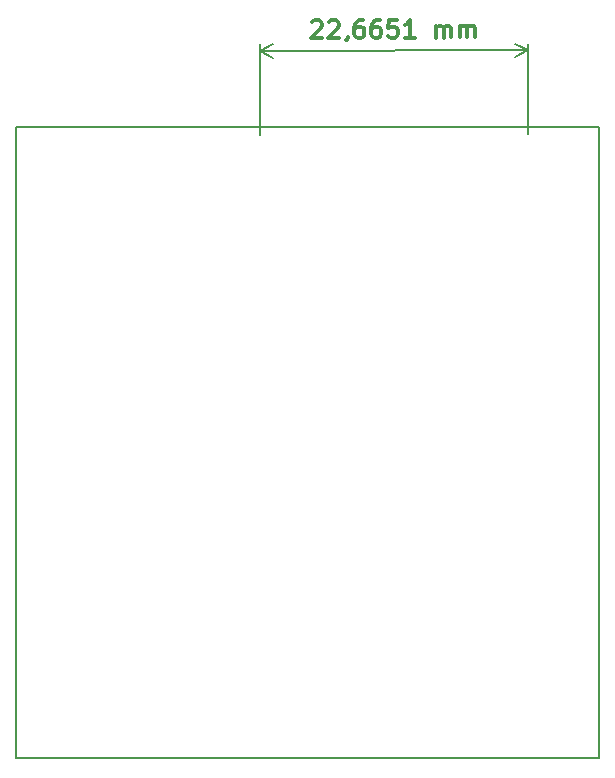
<source format=gbr>
%TF.GenerationSoftware,KiCad,Pcbnew,8.0.7*%
%TF.CreationDate,2025-01-03T13:54:27+07:00*%
%TF.ProjectId,Project Air bersih,50726f6a-6563-4742-9041-697220626572,rev?*%
%TF.SameCoordinates,Original*%
%TF.FileFunction,Profile,NP*%
%FSLAX46Y46*%
G04 Gerber Fmt 4.6, Leading zero omitted, Abs format (unit mm)*
G04 Created by KiCad (PCBNEW 8.0.7) date 2025-01-03 13:54:27*
%MOMM*%
%LPD*%
G01*
G04 APERTURE LIST*
%TA.AperFunction,Profile*%
%ADD10C,0.200000*%
%TD*%
%ADD11C,0.300000*%
G04 APERTURE END LIST*
D10*
X113284000Y-35433000D02*
X162687000Y-35433000D01*
X162687000Y-88900000D01*
X113284000Y-88900000D01*
X113284000Y-35433000D01*
D11*
X138363803Y-26554139D02*
X138434995Y-26482474D01*
X138434995Y-26482474D02*
X138577615Y-26410573D01*
X138577615Y-26410573D02*
X138934756Y-26409392D01*
X138934756Y-26409392D02*
X139077849Y-26480347D01*
X139077849Y-26480347D02*
X139149513Y-26551539D01*
X139149513Y-26551539D02*
X139221414Y-26694159D01*
X139221414Y-26694159D02*
X139221887Y-26837015D01*
X139221887Y-26837015D02*
X139151168Y-27051536D01*
X139151168Y-27051536D02*
X138296866Y-27911511D01*
X138296866Y-27911511D02*
X139225433Y-27908438D01*
X139792367Y-26549412D02*
X139863558Y-26477747D01*
X139863558Y-26477747D02*
X140006178Y-26405846D01*
X140006178Y-26405846D02*
X140363319Y-26404664D01*
X140363319Y-26404664D02*
X140506412Y-26475620D01*
X140506412Y-26475620D02*
X140578077Y-26546812D01*
X140578077Y-26546812D02*
X140649978Y-26689432D01*
X140649978Y-26689432D02*
X140650450Y-26832288D01*
X140650450Y-26832288D02*
X140579731Y-27046809D01*
X140579731Y-27046809D02*
X139725429Y-27906783D01*
X139725429Y-27906783D02*
X140653996Y-27903711D01*
X141368041Y-27829919D02*
X141368277Y-27901347D01*
X141368277Y-27901347D02*
X141297322Y-28044440D01*
X141297322Y-28044440D02*
X141226130Y-28116104D01*
X142649021Y-26397101D02*
X142363308Y-26398046D01*
X142363308Y-26398046D02*
X142220688Y-26469947D01*
X142220688Y-26469947D02*
X142149496Y-26541612D01*
X142149496Y-26541612D02*
X142007349Y-26756369D01*
X142007349Y-26756369D02*
X141936866Y-27042318D01*
X141936866Y-27042318D02*
X141938757Y-27613744D01*
X141938757Y-27613744D02*
X142010658Y-27756364D01*
X142010658Y-27756364D02*
X142082323Y-27827555D01*
X142082323Y-27827555D02*
X142225416Y-27898511D01*
X142225416Y-27898511D02*
X142511128Y-27897565D01*
X142511128Y-27897565D02*
X142653748Y-27825665D01*
X142653748Y-27825665D02*
X142724940Y-27754000D01*
X142724940Y-27754000D02*
X142795896Y-27610907D01*
X142795896Y-27610907D02*
X142794714Y-27253766D01*
X142794714Y-27253766D02*
X142722813Y-27111146D01*
X142722813Y-27111146D02*
X142651148Y-27039955D01*
X142651148Y-27039955D02*
X142508056Y-26968999D01*
X142508056Y-26968999D02*
X142222343Y-26969945D01*
X142222343Y-26969945D02*
X142079723Y-27041845D01*
X142079723Y-27041845D02*
X142008531Y-27113510D01*
X142008531Y-27113510D02*
X141937576Y-27256603D01*
X144077584Y-26392374D02*
X143791871Y-26393319D01*
X143791871Y-26393319D02*
X143649251Y-26465220D01*
X143649251Y-26465220D02*
X143578060Y-26536885D01*
X143578060Y-26536885D02*
X143435912Y-26751642D01*
X143435912Y-26751642D02*
X143365430Y-27037591D01*
X143365430Y-27037591D02*
X143367321Y-27609016D01*
X143367321Y-27609016D02*
X143439221Y-27751636D01*
X143439221Y-27751636D02*
X143510886Y-27822828D01*
X143510886Y-27822828D02*
X143653979Y-27893784D01*
X143653979Y-27893784D02*
X143939691Y-27892838D01*
X143939691Y-27892838D02*
X144082311Y-27820937D01*
X144082311Y-27820937D02*
X144153503Y-27749273D01*
X144153503Y-27749273D02*
X144224459Y-27606180D01*
X144224459Y-27606180D02*
X144223277Y-27249039D01*
X144223277Y-27249039D02*
X144151376Y-27106419D01*
X144151376Y-27106419D02*
X144079711Y-27035227D01*
X144079711Y-27035227D02*
X143936619Y-26964272D01*
X143936619Y-26964272D02*
X143650906Y-26965217D01*
X143650906Y-26965217D02*
X143508286Y-27037118D01*
X143508286Y-27037118D02*
X143437094Y-27108783D01*
X143437094Y-27108783D02*
X143366139Y-27251875D01*
X145577576Y-26387410D02*
X144863294Y-26389774D01*
X144863294Y-26389774D02*
X144794229Y-27104292D01*
X144794229Y-27104292D02*
X144865421Y-27032627D01*
X144865421Y-27032627D02*
X145008041Y-26960726D01*
X145008041Y-26960726D02*
X145365182Y-26959545D01*
X145365182Y-26959545D02*
X145508275Y-27030500D01*
X145508275Y-27030500D02*
X145579939Y-27101692D01*
X145579939Y-27101692D02*
X145651840Y-27244312D01*
X145651840Y-27244312D02*
X145653022Y-27601453D01*
X145653022Y-27601453D02*
X145582066Y-27744546D01*
X145582066Y-27744546D02*
X145510875Y-27816210D01*
X145510875Y-27816210D02*
X145368255Y-27888111D01*
X145368255Y-27888111D02*
X145011114Y-27889293D01*
X145011114Y-27889293D02*
X144868021Y-27818337D01*
X144868021Y-27818337D02*
X144796356Y-27747146D01*
X147082530Y-27882438D02*
X146225392Y-27885275D01*
X146653961Y-27883857D02*
X146648998Y-26383865D01*
X146648998Y-26383865D02*
X146506851Y-26598622D01*
X146506851Y-26598622D02*
X146364467Y-26741951D01*
X146364467Y-26741951D02*
X146221847Y-26813852D01*
X148868234Y-27876529D02*
X148864925Y-26876535D01*
X148865398Y-27019391D02*
X148936590Y-26947727D01*
X148936590Y-26947727D02*
X149079210Y-26875826D01*
X149079210Y-26875826D02*
X149293494Y-26875117D01*
X149293494Y-26875117D02*
X149436587Y-26946072D01*
X149436587Y-26946072D02*
X149508488Y-27088692D01*
X149508488Y-27088692D02*
X149511088Y-27874402D01*
X149508488Y-27088692D02*
X149579444Y-26945599D01*
X149579444Y-26945599D02*
X149722064Y-26873698D01*
X149722064Y-26873698D02*
X149936348Y-26872989D01*
X149936348Y-26872989D02*
X150079441Y-26943945D01*
X150079441Y-26943945D02*
X150151342Y-27086565D01*
X150151342Y-27086565D02*
X150153942Y-27872275D01*
X150868223Y-27869911D02*
X150864914Y-26869917D01*
X150865387Y-27012773D02*
X150936579Y-26941109D01*
X150936579Y-26941109D02*
X151079199Y-26869208D01*
X151079199Y-26869208D02*
X151293484Y-26868499D01*
X151293484Y-26868499D02*
X151436576Y-26939454D01*
X151436576Y-26939454D02*
X151508477Y-27082074D01*
X151508477Y-27082074D02*
X151511077Y-27867784D01*
X151508477Y-27082074D02*
X151579433Y-26938981D01*
X151579433Y-26938981D02*
X151722053Y-26867080D01*
X151722053Y-26867080D02*
X151936337Y-26866371D01*
X151936337Y-26866371D02*
X152079430Y-26937327D01*
X152079430Y-26937327D02*
X152151331Y-27079947D01*
X152151331Y-27079947D02*
X152153931Y-27865657D01*
D10*
X156656345Y-36016003D02*
X156631097Y-28386097D01*
X133991345Y-36091003D02*
X133966097Y-28461097D01*
X156633038Y-28972513D02*
X133968038Y-29047513D01*
X156633038Y-28972513D02*
X133968038Y-29047513D01*
X156633038Y-28972513D02*
X155508481Y-29562658D01*
X156633038Y-28972513D02*
X155504600Y-28389823D01*
X133968038Y-29047513D02*
X135092595Y-28457368D01*
X133968038Y-29047513D02*
X135096476Y-29630203D01*
M02*

</source>
